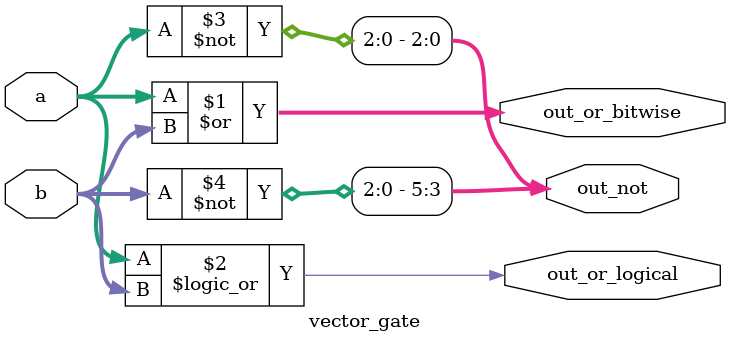
<source format=sv>
module vector_gate (
	input 	[2 : 0] a, b,
	output	[2 : 0] out_or_bitwise,
	output			out_or_logical,
	output	[5 : 0] out_not
);

	// 代码量预计3行
	assign out_or_bitwise = a | b;
    assign out_or_logical = a || b;
    assign out_not = {~b, ~a};

endmodule

</source>
